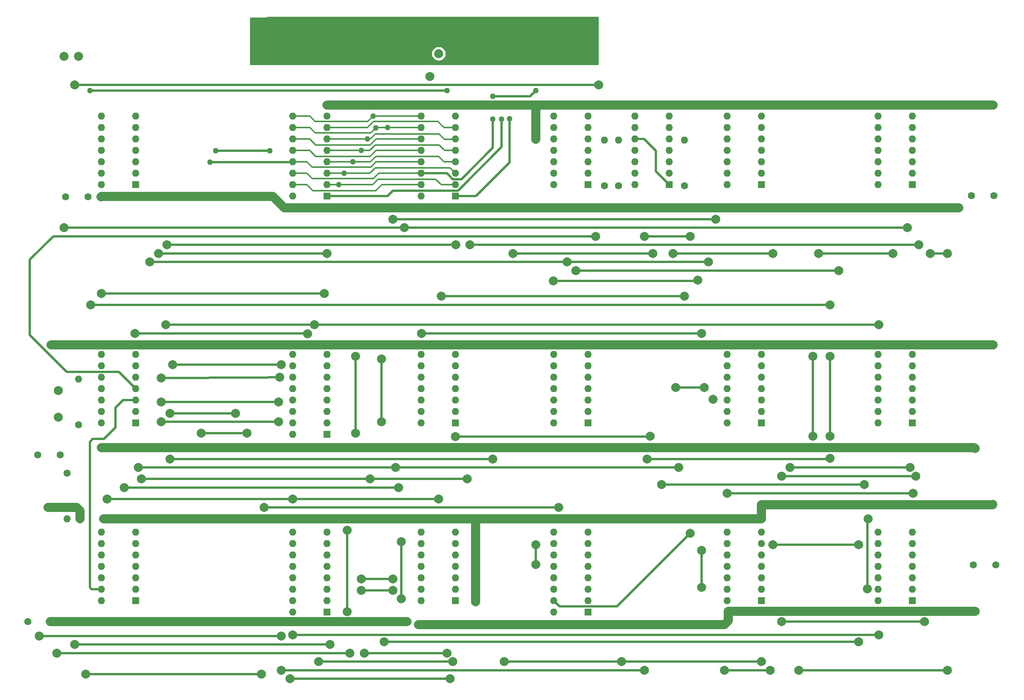
<source format=gbr>
%TF.GenerationSoftware,KiCad,Pcbnew,(5.1.10-1-10_14)*%
%TF.CreationDate,2021-06-22T16:32:21+10:00*%
%TF.ProjectId,256 word memory,32353620-776f-4726-9420-6d656d6f7279,rev?*%
%TF.SameCoordinates,Original*%
%TF.FileFunction,Copper,L1,Top*%
%TF.FilePolarity,Positive*%
%FSLAX46Y46*%
G04 Gerber Fmt 4.6, Leading zero omitted, Abs format (unit mm)*
G04 Created by KiCad (PCBNEW (5.1.10-1-10_14)) date 2021-06-22 16:32:21*
%MOMM*%
%LPD*%
G01*
G04 APERTURE LIST*
%TA.AperFunction,ComponentPad*%
%ADD10C,1.600000*%
%TD*%
%TA.AperFunction,ComponentPad*%
%ADD11C,2.000000*%
%TD*%
%TA.AperFunction,ComponentPad*%
%ADD12O,1.600000X1.600000*%
%TD*%
%TA.AperFunction,ComponentPad*%
%ADD13R,1.600000X1.600000*%
%TD*%
%TA.AperFunction,ViaPad*%
%ADD14C,2.000000*%
%TD*%
%TA.AperFunction,ViaPad*%
%ADD15C,1.270000*%
%TD*%
%TA.AperFunction,Conductor*%
%ADD16C,0.500000*%
%TD*%
%TA.AperFunction,Conductor*%
%ADD17C,0.300000*%
%TD*%
%TA.AperFunction,Conductor*%
%ADD18C,2.000000*%
%TD*%
%TA.AperFunction,Conductor*%
%ADD19C,0.254000*%
%TD*%
%TA.AperFunction,Conductor*%
%ADD20C,0.100000*%
%TD*%
G04 APERTURE END LIST*
D10*
%TO.P,C5,2*%
%TO.N,GND*%
X236203500Y-142303500D03*
%TO.P,C5,1*%
%TO.N,+5V*%
X231203500Y-142303500D03*
%TD*%
%TO.P,C4,2*%
%TO.N,GND*%
X21162000Y-154940000D03*
%TO.P,C4,1*%
%TO.N,+5V*%
X26162000Y-154940000D03*
%TD*%
%TO.P,C3,2*%
%TO.N,GND*%
X23321000Y-117856000D03*
%TO.P,C3,1*%
%TO.N,+5V*%
X28321000Y-117856000D03*
%TD*%
%TO.P,C2,2*%
%TO.N,GND*%
X235759000Y-60198000D03*
%TO.P,C2,1*%
%TO.N,+5V*%
X230759000Y-60198000D03*
%TD*%
%TO.P,C1,2*%
%TO.N,GND*%
X29527500Y-60388500D03*
%TO.P,C1,1*%
%TO.N,+5V*%
X34527500Y-60388500D03*
%TD*%
D11*
%TO.P,J8,1*%
%TO.N,MA6*%
X112395000Y-28575000D03*
%TD*%
%TO.P,J7,1*%
%TO.N,MA5*%
X110490000Y-33655000D03*
%TD*%
%TO.P,J6,1*%
%TO.N,~MA7*%
X29210000Y-29210000D03*
%TD*%
%TO.P,J5,1*%
%TO.N,PC7*%
X27940000Y-109460000D03*
%TD*%
%TO.P,J4,1*%
%TO.N,~PC7*%
X27940000Y-103505000D03*
%TD*%
%TO.P,J3,1*%
%TO.N,MCP*%
X173355000Y-105500000D03*
%TD*%
D12*
%TO.P,U17,14*%
%TO.N,+5V*%
X176500000Y-150240000D03*
%TO.P,U17,7*%
%TO.N,GND*%
X184120000Y-135000000D03*
%TO.P,U17,13*%
%TO.N,~T14-21(JMS+JMP)*%
X176500000Y-147700000D03*
%TO.P,U17,6*%
%TO.N,Net-(U17-Pad6)*%
X184120000Y-137540000D03*
%TO.P,U17,12*%
%TO.N,Net-(U17-Pad12)*%
X176500000Y-145160000D03*
%TO.P,U17,5*%
%TO.N,Net-(U12-Pad3)*%
X184120000Y-140080000D03*
%TO.P,U17,11*%
%TO.N,~DEP*%
X176500000Y-142620000D03*
%TO.P,U17,4*%
%TO.N,Net-(U17-Pad4)*%
X184120000Y-142620000D03*
%TO.P,U17,10*%
%TO.N,Net-(U10-Pad5)*%
X176500000Y-140080000D03*
%TO.P,U17,3*%
%TO.N,OPR+IOT*%
X184120000Y-145160000D03*
%TO.P,U17,9*%
%TO.N,Net-(U11-Pad11)*%
X176500000Y-137540000D03*
%TO.P,U17,2*%
%TO.N,Net-(U17-Pad2)*%
X184120000Y-147700000D03*
%TO.P,U17,8*%
%TO.N,/WEIRD.NET*%
X176500000Y-135000000D03*
D13*
%TO.P,U17,1*%
%TO.N,~T2-9.ISZ*%
X184120000Y-150240000D03*
%TD*%
D12*
%TO.P,U6,14*%
%TO.N,+5V*%
X210000000Y-57740000D03*
%TO.P,U6,7*%
%TO.N,GND*%
X217620000Y-42500000D03*
%TO.P,U6,13*%
%TO.N,Net-(U17-Pad4)*%
X210000000Y-55200000D03*
%TO.P,U6,6*%
%TO.N,Net-(U1-Pad12)*%
X217620000Y-45040000D03*
%TO.P,U6,12*%
%TO.N,~F+D+E*%
X210000000Y-52660000D03*
%TO.P,U6,5*%
%TO.N,Net-(U6-Pad5)*%
X217620000Y-47580000D03*
%TO.P,U6,11*%
%TO.N,Net-(U6-Pad10)*%
X210000000Y-50120000D03*
%TO.P,U6,4*%
%TO.N,T1*%
X217620000Y-50120000D03*
%TO.P,U6,10*%
%TO.N,Net-(U6-Pad10)*%
X210000000Y-47580000D03*
%TO.P,U6,3*%
%TO.N,Net-(U12-Pad2)*%
X217620000Y-52660000D03*
%TO.P,U6,9*%
%TO.N,Net-(U6-Pad10)*%
X210000000Y-45040000D03*
%TO.P,U6,2*%
%TO.N,Net-(U5-Pad6)*%
X217620000Y-55200000D03*
%TO.P,U6,8*%
%TO.N,Net-(U6-Pad5)*%
X210000000Y-42500000D03*
D13*
%TO.P,U6,1*%
%TO.N,Net-(U5-Pad6)*%
X217620000Y-57740000D03*
%TD*%
D12*
%TO.P,U5,14*%
%TO.N,+5V*%
X176500000Y-57740000D03*
%TO.P,U5,7*%
%TO.N,GND*%
X184120000Y-42500000D03*
%TO.P,U5,13*%
%TO.N,Net-(U12-Pad10)*%
X176500000Y-55200000D03*
%TO.P,U5,6*%
%TO.N,Net-(U5-Pad6)*%
X184120000Y-45040000D03*
%TO.P,U5,12*%
%TO.N,Net-(U5-Pad12)*%
X176500000Y-52660000D03*
%TO.P,U5,5*%
%TO.N,MEMORY_ENABLE*%
X184120000Y-47580000D03*
%TO.P,U5,11*%
%TO.N,Net-(U11-Pad9)*%
X176500000Y-50120000D03*
%TO.P,U5,4*%
%TO.N,Net-(U5-Pad4)*%
X184120000Y-50120000D03*
%TO.P,U5,10*%
%TO.N,Net-(U11-Pad9)*%
X176500000Y-47580000D03*
%TO.P,U5,3*%
%TO.N,Net-(U5-Pad12)*%
X184120000Y-52660000D03*
%TO.P,U5,9*%
%TO.N,Net-(U11-Pad9)*%
X176500000Y-45040000D03*
%TO.P,U5,2*%
%TO.N,T2-9*%
X184120000Y-55200000D03*
%TO.P,U5,8*%
%TO.N,Net-(U5-Pad4)*%
X176500000Y-42500000D03*
D13*
%TO.P,U5,1*%
%TO.N,JMS+DCA*%
X184120000Y-57740000D03*
%TD*%
D12*
%TO.P,U10,14*%
%TO.N,+5V*%
X138000000Y-110740000D03*
%TO.P,U10,7*%
%TO.N,GND*%
X145620000Y-95500000D03*
%TO.P,U10,13*%
%TO.N,~F.23.OPR+IOT*%
X138000000Y-108200000D03*
%TO.P,U10,6*%
%TO.N,Net-(U10-Pad10)*%
X145620000Y-98040000D03*
%TO.P,U10,12*%
X138000000Y-105660000D03*
%TO.P,U10,5*%
%TO.N,Net-(U10-Pad5)*%
X145620000Y-100580000D03*
%TO.P,U10,11*%
%TO.N,Net-(U10-Pad11)*%
X138000000Y-103120000D03*
%TO.P,U10,4*%
%TO.N,T13*%
X145620000Y-103120000D03*
%TO.P,U10,10*%
%TO.N,Net-(U10-Pad10)*%
X138000000Y-100580000D03*
%TO.P,U10,3*%
%TO.N,Net-(U10-Pad3)*%
X145620000Y-105660000D03*
%TO.P,U10,9*%
%TO.N,Net-(U10-Pad10)*%
X138000000Y-98040000D03*
%TO.P,U10,2*%
%TO.N,~DEP*%
X145620000Y-108200000D03*
%TO.P,U10,8*%
%TO.N,Net-(U10-Pad8)*%
X138000000Y-95500000D03*
D13*
%TO.P,U10,1*%
%TO.N,~ISZ*%
X145620000Y-110740000D03*
%TD*%
D12*
%TO.P,U18,14*%
%TO.N,+5V*%
X210000000Y-150240000D03*
%TO.P,U18,7*%
%TO.N,GND*%
X217620000Y-135000000D03*
%TO.P,U18,13*%
%TO.N,C-BUS*%
X210000000Y-147700000D03*
%TO.P,U18,6*%
%TO.N,Net-(U17-Pad12)*%
X217620000Y-137540000D03*
%TO.P,U18,12*%
%TO.N,D-BUS*%
X210000000Y-145160000D03*
%TO.P,U18,5*%
%TO.N,MA0*%
X217620000Y-140080000D03*
%TO.P,U18,11*%
%TO.N,Net-(U17-Pad6)*%
X210000000Y-142620000D03*
%TO.P,U18,4*%
%TO.N,C-BUS*%
X217620000Y-142620000D03*
%TO.P,U18,10*%
X210000000Y-140080000D03*
%TO.P,U18,3*%
%TO.N,D-BUS*%
X217620000Y-145160000D03*
%TO.P,U18,9*%
%TO.N,Net-(U12-Pad8)*%
X210000000Y-137540000D03*
%TO.P,U18,2*%
%TO.N,Net-(U17-Pad2)*%
X217620000Y-147700000D03*
%TO.P,U18,8*%
%TO.N,MB0*%
X210000000Y-135000000D03*
D13*
%TO.P,U18,1*%
%TO.N,B-BUS*%
X217620000Y-150240000D03*
%TD*%
D12*
%TO.P,U12,14*%
%TO.N,+5V*%
X210000000Y-110740000D03*
%TO.P,U12,7*%
%TO.N,GND*%
X217620000Y-95500000D03*
%TO.P,U12,13*%
%TO.N,Net-(U10-Pad3)*%
X210000000Y-108200000D03*
%TO.P,U12,6*%
%TO.N,D-IN*%
X217620000Y-98040000D03*
%TO.P,U12,12*%
%TO.N,T14-21*%
X210000000Y-105660000D03*
%TO.P,U12,5*%
%TO.N,C-BUS*%
X217620000Y-100580000D03*
%TO.P,U12,11*%
%TO.N,Net-(U12-Pad10)*%
X210000000Y-103120000D03*
%TO.P,U12,4*%
%TO.N,C-BUS*%
X217620000Y-103120000D03*
%TO.P,U12,10*%
%TO.N,Net-(U12-Pad10)*%
X210000000Y-100580000D03*
%TO.P,U12,3*%
%TO.N,Net-(U12-Pad3)*%
X217620000Y-105660000D03*
%TO.P,U12,9*%
%TO.N,Net-(U12-Pad10)*%
X210000000Y-98040000D03*
%TO.P,U12,2*%
%TO.N,Net-(U12-Pad2)*%
X217620000Y-108200000D03*
%TO.P,U12,8*%
%TO.N,Net-(U12-Pad8)*%
X210000000Y-95500000D03*
D13*
%TO.P,U12,1*%
%TO.N,~T2-9.ISZ*%
X217620000Y-110740000D03*
%TD*%
D12*
%TO.P,U19,14*%
%TO.N,+5V*%
X156000000Y-57740000D03*
%TO.P,U19,7*%
%TO.N,GND*%
X163620000Y-42500000D03*
%TO.P,U19,13*%
%TO.N,Net-(R4-Pad2)*%
X156000000Y-55200000D03*
%TO.P,U19,6*%
%TO.N,MB3*%
X163620000Y-45040000D03*
%TO.P,U19,12*%
%TO.N,MB4*%
X156000000Y-52660000D03*
%TO.P,U19,5*%
%TO.N,MB3*%
X163620000Y-47580000D03*
%TO.P,U19,11*%
%TO.N,Net-(R3-Pad2)*%
X156000000Y-50120000D03*
%TO.P,U19,4*%
%TO.N,Z-BIT*%
X163620000Y-50120000D03*
%TO.P,U19,10*%
X156000000Y-47580000D03*
%TO.P,U19,3*%
%TO.N,Net-(R4-Pad2)*%
X163620000Y-52660000D03*
%TO.P,U19,9*%
%TO.N,~F.23.OPR+IOT*%
X156000000Y-45040000D03*
%TO.P,U19,2*%
%TO.N,MB7*%
X163620000Y-55200000D03*
%TO.P,U19,8*%
%TO.N,~F.23.OPR+IOT*%
X156000000Y-42500000D03*
D13*
%TO.P,U19,1*%
%TO.N,Z-BIT*%
X163620000Y-57740000D03*
%TD*%
D12*
%TO.P,R5,2*%
%TO.N,Z-BIT*%
X152400000Y-47840000D03*
D10*
%TO.P,R5,1*%
%TO.N,+5V*%
X152400000Y-58000000D03*
%TD*%
D12*
%TO.P,R4,2*%
%TO.N,Net-(R4-Pad2)*%
X167000000Y-47840000D03*
D10*
%TO.P,R4,1*%
%TO.N,+5V*%
X167000000Y-58000000D03*
%TD*%
D12*
%TO.P,R3,2*%
%TO.N,Net-(R3-Pad2)*%
X149225000Y-47840000D03*
D10*
%TO.P,R3,1*%
%TO.N,+5V*%
X149225000Y-58000000D03*
%TD*%
D12*
%TO.P,U2,16*%
%TO.N,+5V*%
X80000000Y-60280000D03*
%TO.P,U2,8*%
%TO.N,GND*%
X87620000Y-42500000D03*
%TO.P,U2,15*%
%TO.N,D-IN*%
X80000000Y-57740000D03*
%TO.P,U2,7*%
%TO.N,D-BUS*%
X87620000Y-45040000D03*
%TO.P,U2,14*%
%TO.N,~WE*%
X80000000Y-55200000D03*
%TO.P,U2,6*%
%TO.N,MA1*%
X87620000Y-47580000D03*
%TO.P,U2,13*%
%TO.N,MA6*%
X80000000Y-52660000D03*
%TO.P,U2,5*%
%TO.N,MA0*%
X87620000Y-50120000D03*
%TO.P,U2,12*%
%TO.N,MA5*%
X80000000Y-50120000D03*
%TO.P,U2,4*%
%TO.N,MA_C*%
X87620000Y-52660000D03*
%TO.P,U2,11*%
%TO.N,MA4*%
X80000000Y-47580000D03*
%TO.P,U2,3*%
%TO.N,MA_B*%
X87620000Y-55200000D03*
%TO.P,U2,10*%
%TO.N,MA3*%
X80000000Y-45040000D03*
%TO.P,U2,2*%
%TO.N,MA_A*%
X87620000Y-57740000D03*
%TO.P,U2,9*%
%TO.N,MA2*%
X80000000Y-42500000D03*
D13*
%TO.P,U2,1*%
%TO.N,~CS_H*%
X87620000Y-60280000D03*
%TD*%
D12*
%TO.P,U16,16*%
%TO.N,+5V*%
X138000000Y-152780000D03*
%TO.P,U16,8*%
%TO.N,GND*%
X145620000Y-135000000D03*
%TO.P,U16,15*%
%TO.N,Z-BIT*%
X138000000Y-150240000D03*
%TO.P,U16,7*%
%TO.N,Net-(U15-Pad5)*%
X145620000Y-137540000D03*
%TO.P,U16,14*%
%TO.N,MA7*%
X138000000Y-147700000D03*
%TO.P,U16,6*%
%TO.N,SR4*%
X145620000Y-140080000D03*
%TO.P,U16,13*%
%TO.N,SR7*%
X138000000Y-145160000D03*
%TO.P,U16,5*%
%TO.N,MA4*%
X145620000Y-142620000D03*
%TO.P,U16,12*%
%TO.N,Net-(U15-Pad2)*%
X138000000Y-142620000D03*
%TO.P,U16,4*%
%TO.N,Net-(U15-Pad4)*%
X145620000Y-145160000D03*
%TO.P,U16,11*%
%TO.N,MA6*%
X138000000Y-140080000D03*
%TO.P,U16,3*%
%TO.N,SR5*%
X145620000Y-147700000D03*
%TO.P,U16,10*%
%TO.N,SR6*%
X138000000Y-137540000D03*
%TO.P,U16,2*%
%TO.N,MA5*%
X145620000Y-150240000D03*
%TO.P,U16,9*%
%TO.N,Net-(U15-Pad3)*%
X138000000Y-135000000D03*
D13*
%TO.P,U16,1*%
%TO.N,~F.23.OPR+IOT*%
X145620000Y-152780000D03*
%TD*%
D12*
%TO.P,U13,14*%
%TO.N,+5V*%
X37500000Y-150240000D03*
%TO.P,U13,7*%
%TO.N,GND*%
X45120000Y-135000000D03*
%TO.P,U13,13*%
%TO.N,MB5*%
X37500000Y-147700000D03*
%TO.P,U13,6*%
%TO.N,MB=0*%
X45120000Y-137540000D03*
%TO.P,U13,12*%
X37500000Y-145160000D03*
%TO.P,U13,5*%
%TO.N,MB2*%
X45120000Y-140080000D03*
%TO.P,U13,11*%
%TO.N,MB6*%
X37500000Y-142620000D03*
%TO.P,U13,4*%
%TO.N,MB=0*%
X45120000Y-142620000D03*
%TO.P,U13,10*%
X37500000Y-140080000D03*
%TO.P,U13,3*%
%TO.N,MB3*%
X45120000Y-145160000D03*
%TO.P,U13,9*%
%TO.N,MB7*%
X37500000Y-137540000D03*
%TO.P,U13,2*%
%TO.N,MB=0*%
X45120000Y-147700000D03*
%TO.P,U13,8*%
X37500000Y-135000000D03*
D13*
%TO.P,U13,1*%
%TO.N,MB4*%
X45120000Y-150240000D03*
%TD*%
D12*
%TO.P,U7,14*%
%TO.N,+5V*%
X37500000Y-110740000D03*
%TO.P,U7,7*%
%TO.N,GND*%
X45120000Y-95500000D03*
%TO.P,U7,13*%
%TO.N,PC7*%
X37500000Y-108200000D03*
%TO.P,U7,6*%
%TO.N,MB=0*%
X45120000Y-98040000D03*
%TO.P,U7,12*%
%TO.N,~PC7*%
X37500000Y-105660000D03*
%TO.P,U7,5*%
%TO.N,MB0*%
X45120000Y-100580000D03*
%TO.P,U7,11*%
%TO.N,~T0.5*%
X37500000Y-103120000D03*
%TO.P,U7,4*%
%TO.N,Net-(R3-Pad2)*%
X45120000Y-103120000D03*
%TO.P,U7,10*%
%TO.N,/R0(1-20*%
X37500000Y-100580000D03*
%TO.P,U7,3*%
%TO.N,MB5*%
X45120000Y-105660000D03*
%TO.P,U7,9*%
%TO.N,MA7*%
X37500000Y-98040000D03*
%TO.P,U7,2*%
%TO.N,MB=0*%
X45120000Y-108200000D03*
%TO.P,U7,8*%
%TO.N,~MA7*%
X37500000Y-95500000D03*
D13*
%TO.P,U7,1*%
%TO.N,MB1*%
X45120000Y-110740000D03*
%TD*%
D12*
%TO.P,R1,2*%
%TO.N,/R0(1-20*%
X32385000Y-100965000D03*
D10*
%TO.P,R1,1*%
%TO.N,+5V*%
X32385000Y-111125000D03*
%TD*%
D12*
%TO.P,R2,2*%
%TO.N,MB=0*%
X29845000Y-132080000D03*
D10*
%TO.P,R2,1*%
%TO.N,+5V*%
X29845000Y-121920000D03*
%TD*%
D12*
%TO.P,U1,14*%
%TO.N,+5V*%
X37500000Y-57740000D03*
%TO.P,U1,7*%
%TO.N,GND*%
X45120000Y-42500000D03*
%TO.P,U1,13*%
%TO.N,Net-(U1-Pad12)*%
X37500000Y-55200000D03*
%TO.P,U1,6*%
%TO.N,~CS_L*%
X45120000Y-45040000D03*
%TO.P,U1,12*%
%TO.N,Net-(U1-Pad12)*%
X37500000Y-52660000D03*
%TO.P,U1,5*%
%TO.N,Net-(U1-Pad5)*%
X45120000Y-47580000D03*
%TO.P,U1,11*%
%TO.N,Net-(U1-Pad11)*%
X37500000Y-50120000D03*
%TO.P,U1,4*%
%TO.N,MEMORY_ENABLE*%
X45120000Y-50120000D03*
%TO.P,U1,10*%
%TO.N,MA7*%
X37500000Y-47580000D03*
%TO.P,U1,3*%
%TO.N,~CS_H*%
X45120000Y-52660000D03*
%TO.P,U1,9*%
%TO.N,MA7*%
X37500000Y-45040000D03*
%TO.P,U1,2*%
%TO.N,MEMORY_ENABLE*%
X45120000Y-55200000D03*
%TO.P,U1,8*%
%TO.N,Net-(U1-Pad5)*%
X37500000Y-42500000D03*
D13*
%TO.P,U1,1*%
%TO.N,MA7*%
X45120000Y-57740000D03*
%TD*%
D12*
%TO.P,U3,16*%
%TO.N,+5V*%
X108500000Y-60280000D03*
%TO.P,U3,8*%
%TO.N,GND*%
X116120000Y-42500000D03*
%TO.P,U3,15*%
%TO.N,D-IN*%
X108500000Y-57740000D03*
%TO.P,U3,7*%
%TO.N,D-BUS*%
X116120000Y-45040000D03*
%TO.P,U3,14*%
%TO.N,~WE*%
X108500000Y-55200000D03*
%TO.P,U3,6*%
%TO.N,MA1*%
X116120000Y-47580000D03*
%TO.P,U3,13*%
%TO.N,MA6*%
X108500000Y-52660000D03*
%TO.P,U3,5*%
%TO.N,MA0*%
X116120000Y-50120000D03*
%TO.P,U3,12*%
%TO.N,MA5*%
X108500000Y-50120000D03*
%TO.P,U3,4*%
%TO.N,MA_C*%
X116120000Y-52660000D03*
%TO.P,U3,11*%
%TO.N,MA4*%
X108500000Y-47580000D03*
%TO.P,U3,3*%
%TO.N,MA_B*%
X116120000Y-55200000D03*
%TO.P,U3,10*%
%TO.N,MA3*%
X108500000Y-45040000D03*
%TO.P,U3,2*%
%TO.N,MA_A*%
X116120000Y-57740000D03*
%TO.P,U3,9*%
%TO.N,MA2*%
X108500000Y-42500000D03*
D13*
%TO.P,U3,1*%
%TO.N,~CS_L*%
X116120000Y-60280000D03*
%TD*%
D12*
%TO.P,U4,14*%
%TO.N,Net-(U4-Pad14)*%
X138000000Y-57740000D03*
%TO.P,U4,7*%
%TO.N,N/C*%
X145620000Y-42500000D03*
%TO.P,U4,13*%
X138000000Y-55200000D03*
%TO.P,U4,6*%
X145620000Y-45040000D03*
%TO.P,U4,12*%
%TO.N,Net-(U4-Pad12)*%
X138000000Y-52660000D03*
%TO.P,U4,5*%
%TO.N,+5V*%
X145620000Y-47580000D03*
%TO.P,U4,11*%
%TO.N,MA_C*%
X138000000Y-50120000D03*
%TO.P,U4,4*%
%TO.N,N/C*%
X145620000Y-50120000D03*
%TO.P,U4,10*%
%TO.N,GND*%
X138000000Y-47580000D03*
%TO.P,U4,3*%
%TO.N,/R0(1-20*%
X145620000Y-52660000D03*
%TO.P,U4,9*%
%TO.N,MA_A*%
X138000000Y-45040000D03*
%TO.P,U4,2*%
%TO.N,/R0(1-20*%
X145620000Y-55200000D03*
%TO.P,U4,8*%
%TO.N,MA_B*%
X138000000Y-42500000D03*
D13*
%TO.P,U4,1*%
%TO.N,/WEIRD.NET*%
X145620000Y-57740000D03*
%TD*%
D12*
%TO.P,U8,16*%
%TO.N,~T0.5*%
X80000000Y-113280000D03*
%TO.P,U8,8*%
%TO.N,Net-(U1-Pad11)*%
X87620000Y-95500000D03*
%TO.P,U8,15*%
%TO.N,MA4*%
X80000000Y-110740000D03*
%TO.P,U8,7*%
%TO.N,MB0*%
X87620000Y-98040000D03*
%TO.P,U8,14*%
%TO.N,MA3*%
X80000000Y-108200000D03*
%TO.P,U8,6*%
%TO.N,MB1*%
X87620000Y-100580000D03*
%TO.P,U8,13*%
%TO.N,MA2*%
X80000000Y-105660000D03*
%TO.P,U8,5*%
%TO.N,+5V*%
X87620000Y-103120000D03*
%TO.P,U8,12*%
%TO.N,GND*%
X80000000Y-103120000D03*
%TO.P,U8,4*%
%TO.N,MB2*%
X87620000Y-105660000D03*
%TO.P,U8,11*%
%TO.N,MA1*%
X80000000Y-100580000D03*
%TO.P,U8,3*%
%TO.N,MB3*%
X87620000Y-108200000D03*
%TO.P,U8,10*%
%TO.N,MA0*%
X80000000Y-98040000D03*
%TO.P,U8,2*%
%TO.N,MB4*%
X87620000Y-110740000D03*
%TO.P,U8,9*%
%TO.N,MA5*%
X80000000Y-95500000D03*
D13*
%TO.P,U8,1*%
%TO.N,Net-(U11-Pad6)*%
X87620000Y-113280000D03*
%TD*%
D12*
%TO.P,U9,14*%
%TO.N,+5V*%
X108500000Y-110740000D03*
%TO.P,U9,7*%
%TO.N,GND*%
X116120000Y-95500000D03*
%TO.P,U9,13*%
%TO.N,MB3*%
X108500000Y-108200000D03*
%TO.P,U9,6*%
%TO.N,Net-(U10-Pad8)*%
X116120000Y-98040000D03*
%TO.P,U9,12*%
%TO.N,MB2*%
X108500000Y-105660000D03*
%TO.P,U9,5*%
%TO.N,SR0*%
X116120000Y-100580000D03*
%TO.P,U9,11*%
%TO.N,MB1*%
X108500000Y-103120000D03*
%TO.P,U9,4*%
%TO.N,SR1*%
X116120000Y-103120000D03*
%TO.P,U9,10*%
%TO.N,MB0*%
X108500000Y-100580000D03*
%TO.P,U9,3*%
%TO.N,SR2*%
X116120000Y-105660000D03*
%TO.P,U9,9*%
%TO.N,/WEIRD.NET*%
X108500000Y-98040000D03*
%TO.P,U9,2*%
%TO.N,SR3*%
X116120000Y-108200000D03*
%TO.P,U9,8*%
%TO.N,MCP*%
X108500000Y-95500000D03*
D13*
%TO.P,U9,1*%
%TO.N,MB4*%
X116120000Y-110740000D03*
%TD*%
D12*
%TO.P,U11,14*%
%TO.N,+5V*%
X176500000Y-110740000D03*
%TO.P,U11,7*%
%TO.N,GND*%
X184120000Y-95500000D03*
%TO.P,U11,13*%
%TO.N,MEMORY_ENABLE*%
X176500000Y-108200000D03*
%TO.P,U11,6*%
%TO.N,Net-(U11-Pad6)*%
X184120000Y-98040000D03*
%TO.P,U11,12*%
%TO.N,MCP*%
X176500000Y-105660000D03*
%TO.P,U11,5*%
X184120000Y-100580000D03*
%TO.P,U11,11*%
%TO.N,Net-(U11-Pad11)*%
X176500000Y-103120000D03*
%TO.P,U11,4*%
%TO.N,Net-(U11-Pad3)*%
X184120000Y-103120000D03*
%TO.P,U11,10*%
%TO.N,MCP*%
X176500000Y-100580000D03*
%TO.P,U11,3*%
%TO.N,Net-(U11-Pad3)*%
X184120000Y-105660000D03*
%TO.P,U11,9*%
%TO.N,Net-(U11-Pad9)*%
X176500000Y-98040000D03*
%TO.P,U11,2*%
%TO.N,~T14-21(JMS+JMP)*%
X184120000Y-108200000D03*
%TO.P,U11,8*%
%TO.N,~WE*%
X176500000Y-95500000D03*
D13*
%TO.P,U11,1*%
%TO.N,~T2-9(F+D+E)*%
X184120000Y-110740000D03*
%TD*%
D12*
%TO.P,U14,16*%
%TO.N,~T0.5*%
X80000000Y-152780000D03*
%TO.P,U14,8*%
%TO.N,Net-(U1-Pad11)*%
X87620000Y-135000000D03*
%TO.P,U14,15*%
%TO.N,MA7*%
X80000000Y-150240000D03*
%TO.P,U14,7*%
%TO.N,Net-(U14-Pad7)*%
X87620000Y-137540000D03*
%TO.P,U14,14*%
%TO.N,MA6*%
X80000000Y-147700000D03*
%TO.P,U14,6*%
%TO.N,Net-(U14-Pad6)*%
X87620000Y-140080000D03*
%TO.P,U14,13*%
%TO.N,MA5*%
X80000000Y-145160000D03*
%TO.P,U14,5*%
%TO.N,+5V*%
X87620000Y-142620000D03*
%TO.P,U14,12*%
%TO.N,GND*%
X80000000Y-142620000D03*
%TO.P,U14,4*%
%TO.N,MB5*%
X87620000Y-145160000D03*
%TO.P,U14,11*%
%TO.N,Net-(U14-Pad11)*%
X80000000Y-140080000D03*
%TO.P,U14,3*%
%TO.N,MB6*%
X87620000Y-147700000D03*
%TO.P,U14,10*%
%TO.N,Net-(U14-Pad10)*%
X80000000Y-137540000D03*
%TO.P,U14,2*%
%TO.N,MB7*%
X87620000Y-150240000D03*
%TO.P,U14,9*%
%TO.N,D-IN*%
X80000000Y-135000000D03*
D13*
%TO.P,U14,1*%
%TO.N,Net-(U11-Pad6)*%
X87620000Y-152780000D03*
%TD*%
D12*
%TO.P,U15,14*%
%TO.N,+5V*%
X108500000Y-150240000D03*
%TO.P,U15,7*%
%TO.N,GND*%
X116120000Y-135000000D03*
%TO.P,U15,13*%
%TO.N,MB7*%
X108500000Y-147700000D03*
%TO.P,U15,6*%
%TO.N,Net-(U10-Pad11)*%
X116120000Y-137540000D03*
%TO.P,U15,12*%
%TO.N,MB6*%
X108500000Y-145160000D03*
%TO.P,U15,5*%
%TO.N,Net-(U15-Pad5)*%
X116120000Y-140080000D03*
%TO.P,U15,11*%
%TO.N,MB5*%
X108500000Y-142620000D03*
%TO.P,U15,4*%
%TO.N,Net-(U15-Pad4)*%
X116120000Y-142620000D03*
%TO.P,U15,10*%
%TO.N,MB4*%
X108500000Y-140080000D03*
%TO.P,U15,3*%
%TO.N,Net-(U15-Pad3)*%
X116120000Y-145160000D03*
%TO.P,U15,9*%
%TO.N,/WEIRD.NET*%
X108500000Y-137540000D03*
%TO.P,U15,2*%
%TO.N,Net-(U15-Pad2)*%
X116120000Y-147700000D03*
%TO.P,U15,8*%
%TO.N,MCP*%
X108500000Y-135000000D03*
D13*
%TO.P,U15,1*%
%TO.N,D-IN*%
X116120000Y-150240000D03*
%TD*%
D14*
%TO.N,Net-(U11-Pad11)*%
X171450000Y-102870000D03*
X165100000Y-102870000D03*
%TO.N,Net-(U1-Pad12)*%
X199390000Y-84455000D03*
X35105010Y-84455000D03*
%TO.N,Net-(U17-Pad4)*%
X195580000Y-113665000D03*
X195580000Y-95885000D03*
%TO.N,+5V*%
X75565000Y-60325000D03*
X37465000Y-60325000D03*
X80010000Y-62865000D03*
X108585000Y-62865000D03*
X142240000Y-62865000D03*
X107950000Y-116205000D03*
X37465000Y-116205000D03*
X86995000Y-116205000D03*
X231572000Y-116408000D03*
X136525000Y-155575000D03*
X107950000Y-155575000D03*
X231572000Y-152603000D03*
X176733000Y-152603000D03*
X175895000Y-155575000D03*
X227965000Y-62865000D03*
X150495000Y-62865000D03*
X166370000Y-62865000D03*
X156210000Y-62865000D03*
X227965000Y-116205000D03*
X34925000Y-154940000D03*
X105410000Y-154940000D03*
X137922000Y-116205000D03*
X176530000Y-116205000D03*
X210058000Y-116205000D03*
X208788000Y-62865000D03*
X178735000Y-62865000D03*
X209797000Y-152603000D03*
%TO.N,~CS_L*%
X116205000Y-71120000D03*
X52070000Y-71120000D03*
%TO.N,~CS_H*%
X50165000Y-73025000D03*
X87630000Y-73025000D03*
%TO.N,MA2*%
X76835000Y-106045000D03*
X50800000Y-106045000D03*
D15*
X97835000Y-42500000D03*
D14*
%TO.N,MA3*%
X67310000Y-108585000D03*
X52705000Y-108585000D03*
D15*
X98425000Y-45085000D03*
X101010000Y-45040000D03*
D14*
%TO.N,MA4*%
X76835000Y-110490000D03*
X124460000Y-118745000D03*
X52705000Y-118745000D03*
X50800000Y-110490000D03*
%TO.N,MA5*%
X73660000Y-129540000D03*
X139065000Y-129540000D03*
D15*
X74930000Y-50165000D03*
X62865000Y-50165000D03*
D14*
%TO.N,MA0*%
X77470000Y-97790000D03*
X53340000Y-97790000D03*
X119380000Y-71120000D03*
X219078993Y-71120000D03*
D15*
X95250000Y-50120000D03*
D14*
%TO.N,MA6*%
X95885000Y-161925000D03*
X114300000Y-161925000D03*
D15*
X61595000Y-52705000D03*
D14*
%TO.N,MA1*%
X77085000Y-100580000D03*
X50800000Y-100680783D03*
D15*
X96565000Y-47580000D03*
D14*
%TO.N,~WE*%
X102235000Y-65405000D03*
X173990000Y-65405000D03*
%TO.N,GND*%
X116205000Y-40005000D03*
X87630000Y-40005000D03*
X235585000Y-40005000D03*
X133985000Y-47625000D03*
X68580000Y-93345000D03*
X235585000Y-93345000D03*
X116205000Y-93345000D03*
X184150000Y-93345000D03*
X45087102Y-93347102D03*
X120650000Y-150495000D03*
X146685000Y-132080000D03*
X45085000Y-132080000D03*
X76200000Y-132080000D03*
X184150000Y-132080000D03*
X184150000Y-128905000D03*
X235534400Y-128854400D03*
X116840000Y-132080000D03*
X218567000Y-128905000D03*
X146177000Y-93345000D03*
X217932000Y-93345000D03*
X217805000Y-40005000D03*
X37973000Y-132080000D03*
X32766000Y-132080000D03*
X25654000Y-129540000D03*
X26289000Y-93345000D03*
X163995000Y-40005000D03*
X184305000Y-40005000D03*
X141605000Y-22225000D03*
X141605000Y-24765000D03*
X141605000Y-27940000D03*
X145415000Y-26670000D03*
X145415000Y-23495000D03*
X74930000Y-22225000D03*
X74930000Y-26035000D03*
X74930000Y-29845000D03*
X72390000Y-24130000D03*
X72390000Y-27940000D03*
%TO.N,~T0.5*%
X69850000Y-113030000D03*
X59690000Y-113030000D03*
X210185000Y-157861000D03*
X80010000Y-157861000D03*
%TO.N,MB0*%
X51816000Y-88900000D03*
X84836000Y-88900000D03*
X210185000Y-88900000D03*
%TO.N,MB1*%
X83312000Y-90932000D03*
X44958000Y-90805000D03*
%TO.N,MB2*%
X42545000Y-125095000D03*
X103505000Y-125095000D03*
%TO.N,MB3*%
X102870000Y-120650000D03*
X45720000Y-120650000D03*
X165735000Y-120650000D03*
X158115000Y-69215000D03*
X168275000Y-69215000D03*
%TO.N,MB4*%
X46355000Y-123190000D03*
X97155000Y-123190000D03*
X118745000Y-123190000D03*
X116120000Y-113750000D03*
X159385000Y-113665000D03*
%TO.N,MB7*%
X23638400Y-158115000D03*
X77470000Y-158115000D03*
X99695000Y-110490000D03*
X99695000Y-96520000D03*
X128905000Y-73025000D03*
X160020000Y-73025000D03*
X104140000Y-137160000D03*
X104140000Y-149860000D03*
%TO.N,MB6*%
X95250000Y-147955000D03*
X102235000Y-147955000D03*
X27600800Y-161925000D03*
X92710000Y-161925000D03*
%TO.N,MB5*%
X95250000Y-145415000D03*
X102235000Y-145415000D03*
X31563200Y-160020000D03*
X88265000Y-160020000D03*
%TO.N,Net-(U15-Pad2)*%
X133985000Y-137795000D03*
X133985000Y-142240000D03*
%TO.N,~F.23.OPR+IOT*%
X127000000Y-163830000D03*
X184150000Y-163830000D03*
X153035000Y-163830000D03*
X137900000Y-79100000D03*
X170000000Y-79000000D03*
%TO.N,MB=0*%
X34036000Y-166624000D03*
X73025000Y-166624000D03*
%TO.N,Net-(R3-Pad2)*%
X147320000Y-69215000D03*
%TO.N,Z-BIT*%
X79375000Y-167640000D03*
X114935000Y-167640000D03*
X168275000Y-135255000D03*
%TO.N,~ISZ*%
X77470000Y-165735000D03*
X158115000Y-165735000D03*
%TO.N,D-IN*%
X104775000Y-67310000D03*
X216535000Y-67310000D03*
X80010000Y-127635000D03*
X38735000Y-127635000D03*
X29210000Y-67310000D03*
X112395000Y-127635000D03*
%TO.N,Net-(U17-Pad6)*%
X186690000Y-137795000D03*
X205740000Y-137795000D03*
%TO.N,Net-(U17-Pad12)*%
X217805000Y-126365000D03*
X176530000Y-126365000D03*
%TO.N,Net-(U17-Pad2)*%
X220345000Y-154940000D03*
X188595000Y-154940000D03*
%TO.N,C-BUS*%
X207645000Y-147637500D03*
X207825010Y-132064948D03*
%TO.N,Net-(U10-Pad3)*%
X207010000Y-124460000D03*
X161925000Y-124460000D03*
%TO.N,Net-(U5-Pad6)*%
X213360000Y-73025000D03*
X196850000Y-73025000D03*
%TO.N,Net-(U12-Pad3)*%
X218440000Y-122555000D03*
X188595000Y-122555000D03*
%TO.N,~T2-9.ISZ*%
X190500000Y-120650000D03*
X217170000Y-120650000D03*
%TO.N,/R0(1-20*%
X147955000Y-35560000D03*
X31569990Y-35544948D03*
%TO.N,MEMORY_ENABLE*%
X48260000Y-74930000D03*
X140970000Y-74930000D03*
X172350010Y-74930000D03*
%TO.N,/WEIRD.NET*%
X113030000Y-82550000D03*
X167005000Y-82550000D03*
%TO.N,T2-9*%
X199390000Y-113665000D03*
X199390000Y-95885000D03*
%TO.N,JMS+DCA*%
X170815000Y-147320000D03*
X164465000Y-73025000D03*
X186690000Y-73025000D03*
X170815000Y-139065000D03*
%TO.N,T13*%
X199363071Y-118564990D03*
X158750000Y-118745000D03*
%TO.N,MCP*%
X170815000Y-90805000D03*
X108585000Y-90805000D03*
%TO.N,Net-(U1-Pad11)*%
X37465000Y-81915000D03*
X86995000Y-81915000D03*
X93980000Y-95885000D03*
X93980000Y-113030000D03*
%TO.N,~MA7*%
X32385000Y-29210000D03*
%TO.N,~F+D+E*%
X142875000Y-76835000D03*
X201295000Y-76835000D03*
%TO.N,OPR+IOT*%
X175895000Y-165735000D03*
X186055000Y-165735000D03*
%TO.N,T1*%
X221615000Y-73025000D03*
X192405000Y-165735000D03*
X225425000Y-73025000D03*
X225425000Y-165735000D03*
%TO.N,MA7*%
X85725000Y-163830000D03*
X115570000Y-163830000D03*
D15*
X114300000Y-36830000D03*
X34925000Y-36830000D03*
%TO.N,~WE*%
X124460000Y-43180000D03*
X124460000Y-38100000D03*
X133985000Y-36830000D03*
%TO.N,~CS_L*%
X128137782Y-43047782D03*
%TO.N,~CS_H*%
X126365000Y-43180000D03*
%TO.N,MA_C*%
X93345000Y-52660000D03*
%TO.N,MA_B*%
X91440000Y-55200000D03*
%TO.N,MA_A*%
X90215000Y-57740000D03*
D14*
%TO.N,Net-(U11-Pad6)*%
X92075000Y-134620000D03*
X205740000Y-159385000D03*
X100330000Y-159385000D03*
X92075000Y-152739990D03*
%TD*%
D16*
%TO.N,Net-(U11-Pad11)*%
X171450000Y-102870000D02*
X165100000Y-102870000D01*
%TO.N,Net-(U1-Pad12)*%
X199390000Y-84455000D02*
X35105010Y-84455000D01*
%TO.N,Net-(U17-Pad4)*%
X195580000Y-113665000D02*
X195580000Y-95885000D01*
D17*
%TO.N,D-BUS*%
X112230001Y-43650001D02*
X113620000Y-45040000D01*
X97954999Y-43650001D02*
X112230001Y-43650001D01*
X96565000Y-45040000D02*
X97954999Y-43650001D01*
X113620000Y-45040000D02*
X116120000Y-45040000D01*
X87620000Y-45040000D02*
X96565000Y-45040000D01*
D18*
%TO.N,+5V*%
X75565000Y-60325000D02*
X37465000Y-60325000D01*
X80010000Y-62865000D02*
X108585000Y-62865000D01*
X142240000Y-62865000D02*
X108585000Y-62865000D01*
X79964998Y-116205000D02*
X37465000Y-116205000D01*
X107950000Y-116205000D02*
X86995000Y-116205000D01*
X86995000Y-116205000D02*
X79964998Y-116205000D01*
X107950000Y-155575000D02*
X136525000Y-155575000D01*
X175895000Y-155575000D02*
X136525000Y-155575000D01*
X142240000Y-62865000D02*
X150495000Y-62865000D01*
X150495000Y-62865000D02*
X156210000Y-62865000D01*
X156210000Y-62865000D02*
X166370000Y-62865000D01*
X231369000Y-116205000D02*
X231572000Y-116408000D01*
X227965000Y-116205000D02*
X231369000Y-116205000D01*
X176733000Y-154737000D02*
X175895000Y-155575000D01*
X176733000Y-152603000D02*
X176733000Y-154737000D01*
X75565000Y-60325000D02*
X77851000Y-62611000D01*
X78105000Y-62865000D02*
X77851000Y-62611000D01*
X80010000Y-62865000D02*
X78105000Y-62865000D01*
X34925000Y-154940000D02*
X34925000Y-154940000D01*
X105410000Y-154940000D02*
X34925000Y-154940000D01*
X176530000Y-116205000D02*
X227965000Y-116205000D01*
X107950000Y-116205000D02*
X176530000Y-116205000D01*
X208788000Y-62865000D02*
X227965000Y-62865000D01*
X166370000Y-62865000D02*
X208788000Y-62865000D01*
X34925000Y-154940000D02*
X26162000Y-154940000D01*
X37401500Y-60388500D02*
X37465000Y-60325000D01*
X209797000Y-152603000D02*
X176733000Y-152603000D01*
X231572000Y-152603000D02*
X209797000Y-152603000D01*
D16*
%TO.N,~CS_L*%
X52070000Y-71120000D02*
X116205000Y-71120000D01*
%TO.N,~CS_H*%
X50165000Y-73025000D02*
X87630000Y-73025000D01*
D17*
%TO.N,MA2*%
X80000000Y-42500000D02*
X83775000Y-42500000D01*
X84925001Y-43650001D02*
X96684999Y-43650001D01*
X83775000Y-42500000D02*
X84925001Y-43650001D01*
X97835000Y-42500000D02*
X97835000Y-42500000D01*
X96684999Y-43650001D02*
X97835000Y-42500000D01*
D16*
X50800000Y-106045000D02*
X76835000Y-106045000D01*
D17*
X97835000Y-42500000D02*
X108500000Y-42500000D01*
%TO.N,MA_A*%
X87620000Y-57740000D02*
X90215000Y-57740000D01*
X97745000Y-57740000D02*
X98970000Y-56515000D01*
X98970000Y-56515000D02*
X111760000Y-56515000D01*
X112985000Y-57740000D02*
X116120000Y-57740000D01*
X111760000Y-56515000D02*
X112985000Y-57740000D01*
%TO.N,MA3*%
X80000000Y-45040000D02*
X83775000Y-45040000D01*
X84925001Y-46190001D02*
X97319999Y-46190001D01*
X83775000Y-45040000D02*
X84925001Y-46190001D01*
X98470000Y-45040000D02*
X101010000Y-45040000D01*
X97319999Y-46190001D02*
X98425000Y-45085000D01*
D16*
X52705000Y-108585000D02*
X67310000Y-108585000D01*
D17*
X98425000Y-45085000D02*
X98470000Y-45040000D01*
X101010000Y-45040000D02*
X108500000Y-45040000D01*
%TO.N,MA4*%
X80000000Y-47580000D02*
X83775000Y-47580000D01*
X83775000Y-47580000D02*
X85090000Y-48895000D01*
X85090000Y-48895000D02*
X97155000Y-48895000D01*
X98470000Y-47580000D02*
X108500000Y-47580000D01*
X97155000Y-48895000D02*
X98470000Y-47580000D01*
D16*
X52705000Y-118745000D02*
X124460000Y-118745000D01*
X50800000Y-110490000D02*
X76835000Y-110490000D01*
D17*
%TO.N,MA_C*%
X87620000Y-52660000D02*
X94025000Y-52660000D01*
X97200000Y-52660000D02*
X98425000Y-51435000D01*
X98425000Y-51435000D02*
X112395000Y-51435000D01*
X113620000Y-52660000D02*
X116120000Y-52660000D01*
X112395000Y-51435000D02*
X113620000Y-52660000D01*
%TO.N,MA5*%
X80000000Y-50120000D02*
X83775000Y-50120000D01*
X83775000Y-50120000D02*
X85090000Y-51435000D01*
X85090000Y-51435000D02*
X97155000Y-51435000D01*
X98470000Y-50120000D02*
X108500000Y-50120000D01*
X97155000Y-51435000D02*
X98470000Y-50120000D01*
D16*
X75074213Y-129540000D02*
X73660000Y-129540000D01*
X139065000Y-129540000D02*
X75074213Y-129540000D01*
X74930000Y-50165000D02*
X62865000Y-50165000D01*
D17*
%TO.N,MA0*%
X112485000Y-48895000D02*
X113710000Y-50120000D01*
X98335000Y-48895000D02*
X112485000Y-48895000D01*
X97110000Y-50120000D02*
X98335000Y-48895000D01*
X113710000Y-50120000D02*
X116120000Y-50120000D01*
X87620000Y-50120000D02*
X95930000Y-50120000D01*
D16*
X76224423Y-97790000D02*
X77470000Y-97790000D01*
X53340000Y-97790000D02*
X76224423Y-97790000D01*
X217792867Y-71120000D02*
X119380000Y-71120000D01*
X219078993Y-71120000D02*
X217792867Y-71120000D01*
D17*
X95930000Y-50120000D02*
X97110000Y-50120000D01*
%TO.N,MA6*%
X80000000Y-52660000D02*
X83140000Y-52660000D01*
X84290001Y-53810001D02*
X97319999Y-53810001D01*
X83140000Y-52660000D02*
X84290001Y-53810001D01*
X98470000Y-52660000D02*
X108500000Y-52660000D01*
X97319999Y-53810001D02*
X98470000Y-52660000D01*
D16*
X95885000Y-161925000D02*
X114300000Y-161925000D01*
X79955000Y-52705000D02*
X80000000Y-52660000D01*
X61595000Y-52705000D02*
X79955000Y-52705000D01*
D17*
%TO.N,MA1*%
X116075000Y-47625000D02*
X116120000Y-47580000D01*
X113665000Y-47625000D02*
X116075000Y-47625000D01*
X87620000Y-47580000D02*
X96565000Y-47580000D01*
X112469999Y-46429999D02*
X113665000Y-47625000D01*
X98350001Y-46429999D02*
X112469999Y-46429999D01*
X97200000Y-47580000D02*
X98350001Y-46429999D01*
D16*
X71755000Y-100597937D02*
X77085000Y-100580000D01*
X50800000Y-100680783D02*
X71755000Y-100597937D01*
D17*
X96565000Y-47580000D02*
X97200000Y-47580000D01*
%TO.N,~WE*%
X80000000Y-55200000D02*
X83140000Y-55200000D01*
X84290001Y-56350001D02*
X91604999Y-56350001D01*
X83140000Y-55200000D02*
X84290001Y-56350001D01*
X99105000Y-55200000D02*
X108500000Y-55200000D01*
X97954999Y-56350001D02*
X99105000Y-55200000D01*
D16*
X102235000Y-65405000D02*
X173990000Y-65405000D01*
D18*
%TO.N,GND*%
X116205000Y-40005000D02*
X87630000Y-40005000D01*
X133985000Y-47625000D02*
X133985000Y-40005000D01*
X116205000Y-40005000D02*
X133985000Y-40005000D01*
X68580000Y-93345000D02*
X116205000Y-93345000D01*
X116205000Y-93345000D02*
X184150000Y-93345000D01*
X184150000Y-93345000D02*
X235585000Y-93345000D01*
X68580000Y-93345000D02*
X45089204Y-93345000D01*
X45089204Y-93345000D02*
X45087102Y-93347102D01*
X146685000Y-132080000D02*
X184150000Y-132080000D01*
X76200000Y-132080000D02*
X45085000Y-132080000D01*
X235483800Y-128905000D02*
X235534400Y-128854400D01*
X184150000Y-128905000D02*
X235483800Y-128905000D01*
X109263245Y-132080000D02*
X76200000Y-132080000D01*
X116840000Y-132080000D02*
X109263245Y-132080000D01*
X120650000Y-132715000D02*
X120015000Y-132080000D01*
X120015000Y-132080000D02*
X116840000Y-132080000D01*
X120650000Y-150495000D02*
X120650000Y-132715000D01*
X146685000Y-132080000D02*
X120015000Y-132080000D01*
X184150000Y-128905000D02*
X184150000Y-132080000D01*
X45085000Y-132080000D02*
X37973000Y-132080000D01*
X32766000Y-132080000D02*
X32766000Y-130302000D01*
X32004000Y-129540000D02*
X25654000Y-129540000D01*
X32766000Y-130302000D02*
X32004000Y-129540000D01*
X26291102Y-93347102D02*
X26289000Y-93345000D01*
X45087102Y-93347102D02*
X26291102Y-93347102D01*
X133985000Y-40005000D02*
X163995000Y-40005000D01*
X184305000Y-40005000D02*
X235585000Y-40005000D01*
X163995000Y-40005000D02*
X184305000Y-40005000D01*
D16*
%TO.N,~T0.5*%
X69850000Y-113030000D02*
X59690000Y-113030000D01*
X102870000Y-157861000D02*
X210185000Y-157861000D01*
X80010000Y-157861000D02*
X102870000Y-157861000D01*
%TO.N,MB0*%
X51816000Y-88900000D02*
X84836000Y-88900000D01*
X84836000Y-88900000D02*
X210185000Y-88900000D01*
%TO.N,MB1*%
X83185000Y-90805000D02*
X83312000Y-90932000D01*
X44958000Y-90805000D02*
X83185000Y-90805000D01*
%TO.N,MB2*%
X42545000Y-125095000D02*
X103505000Y-125095000D01*
%TO.N,MB3*%
X102870000Y-120650000D02*
X45720000Y-120650000D01*
X102870000Y-120650000D02*
X165735000Y-120650000D01*
X158115000Y-69215000D02*
X168275000Y-69215000D01*
%TO.N,MB4*%
X46355000Y-123190000D02*
X97155000Y-123190000D01*
X97155000Y-123190000D02*
X118745000Y-123190000D01*
X159300000Y-113750000D02*
X159385000Y-113665000D01*
X116120000Y-113750000D02*
X159300000Y-113750000D01*
%TO.N,MB7*%
X23638400Y-158115000D02*
X77470000Y-158115000D01*
X99695000Y-110490000D02*
X99695000Y-96520000D01*
X128905000Y-73025000D02*
X160020000Y-73025000D01*
X104140000Y-137160000D02*
X104140000Y-149860000D01*
%TO.N,MB6*%
X95250000Y-147955000D02*
X102235000Y-147955000D01*
X27600800Y-161925000D02*
X92710000Y-161925000D01*
%TO.N,MB5*%
X95250000Y-145415000D02*
X102235000Y-145415000D01*
X45120000Y-105660000D02*
X42295000Y-105660000D01*
X42295000Y-105660000D02*
X40640000Y-107315000D01*
X40640000Y-107315000D02*
X40640000Y-111760000D01*
X40640000Y-111760000D02*
X38100000Y-114300000D01*
X38100000Y-114300000D02*
X35560000Y-114300000D01*
X35560000Y-114300000D02*
X34925000Y-114935000D01*
X34925000Y-114935000D02*
X34925000Y-147320000D01*
X35305000Y-147700000D02*
X37500000Y-147700000D01*
X34925000Y-147320000D02*
X35305000Y-147700000D01*
X88265000Y-160020000D02*
X31563200Y-160020000D01*
%TO.N,Net-(U15-Pad2)*%
X133985000Y-137795000D02*
X133985000Y-142240000D01*
%TO.N,~F.23.OPR+IOT*%
X127000000Y-163830000D02*
X153035000Y-163830000D01*
X153035000Y-163830000D02*
X184150000Y-163830000D01*
X169900000Y-79100000D02*
X170000000Y-79000000D01*
X137900000Y-79100000D02*
X169900000Y-79100000D01*
%TO.N,MB=0*%
X34036000Y-166624000D02*
X73406000Y-166624000D01*
%TO.N,Net-(R3-Pad2)*%
X147320000Y-69215000D02*
X46748996Y-69215000D01*
X41329999Y-99329999D02*
X29733999Y-99329999D01*
X45120000Y-103120000D02*
X41329999Y-99329999D01*
X29733999Y-99329999D02*
X21590000Y-91186000D01*
X21590000Y-91186000D02*
X21590000Y-74422000D01*
X26797000Y-69215000D02*
X46748996Y-69215000D01*
X21590000Y-74422000D02*
X26797000Y-69215000D01*
%TO.N,Z-BIT*%
X114935000Y-167640000D02*
X79375000Y-167640000D01*
X156000000Y-47580000D02*
X158070000Y-47580000D01*
X158070000Y-47580000D02*
X160655000Y-50165000D01*
X160655000Y-54775000D02*
X163620000Y-57740000D01*
X160655000Y-50165000D02*
X160655000Y-54775000D01*
X139250001Y-151490001D02*
X152039999Y-151490001D01*
X152039999Y-151490001D02*
X168275000Y-135255000D01*
X138000000Y-150240000D02*
X139250001Y-151490001D01*
%TO.N,~ISZ*%
X79375000Y-165735000D02*
X77470000Y-165735000D01*
X158115000Y-165735000D02*
X79375000Y-165735000D01*
D17*
%TO.N,D-IN*%
X80000000Y-57740000D02*
X83140000Y-57740000D01*
X83140000Y-57740000D02*
X84455000Y-59055000D01*
X84455000Y-59055000D02*
X98425000Y-59055000D01*
X99740000Y-57740000D02*
X108500000Y-57740000D01*
X98425000Y-59055000D02*
X99740000Y-57740000D01*
D16*
X104775000Y-67310000D02*
X216535000Y-67310000D01*
X38735000Y-127635000D02*
X80010000Y-127635000D01*
X104775000Y-67310000D02*
X29210000Y-67310000D01*
X109014874Y-127635000D02*
X80010000Y-127635000D01*
X112395000Y-127635000D02*
X109014874Y-127635000D01*
%TO.N,Net-(U17-Pad6)*%
X186690000Y-137795000D02*
X205740000Y-137795000D01*
%TO.N,Net-(U17-Pad12)*%
X217805000Y-126365000D02*
X176530000Y-126365000D01*
%TO.N,Net-(U17-Pad2)*%
X220345000Y-154940000D02*
X188595000Y-154940000D01*
%TO.N,C-BUS*%
X207645000Y-132244958D02*
X207825010Y-132064948D01*
X207645000Y-147637500D02*
X207645000Y-132244958D01*
%TO.N,Net-(U10-Pad3)*%
X207010000Y-124460000D02*
X161925000Y-124460000D01*
%TO.N,Net-(U5-Pad6)*%
X213360000Y-73025000D02*
X196850000Y-73025000D01*
%TO.N,Net-(U12-Pad3)*%
X188595000Y-122555000D02*
X218440000Y-122555000D01*
%TO.N,~T2-9.ISZ*%
X190500000Y-120650000D02*
X217170000Y-120650000D01*
%TO.N,/R0(1-20*%
X31585042Y-35560000D02*
X31569990Y-35544948D01*
X147939948Y-35544948D02*
X147955000Y-35560000D01*
X31569990Y-35544948D02*
X147939948Y-35544948D01*
%TO.N,MEMORY_ENABLE*%
X48260000Y-74930000D02*
X140970000Y-74930000D01*
X140970000Y-74930000D02*
X172350010Y-74930000D01*
%TO.N,/WEIRD.NET*%
X167005000Y-82550000D02*
X113030000Y-82550000D01*
%TO.N,T2-9*%
X199390000Y-113665000D02*
X199390000Y-95885000D01*
%TO.N,JMS+DCA*%
X164465000Y-73025000D02*
X186690000Y-73025000D01*
X170815000Y-147320000D02*
X170815000Y-139065000D01*
%TO.N,T13*%
X199183061Y-118745000D02*
X199363071Y-118564990D01*
X158750000Y-118745000D02*
X199183061Y-118745000D01*
%TO.N,MCP*%
X170815000Y-90805000D02*
X108585000Y-90805000D01*
%TO.N,Net-(U1-Pad11)*%
X37465000Y-81915000D02*
X86995000Y-81915000D01*
X93980000Y-95885000D02*
X93980000Y-113030000D01*
%TO.N,~F+D+E*%
X142875000Y-76835000D02*
X201295000Y-76835000D01*
%TO.N,OPR+IOT*%
X175895000Y-165735000D02*
X186055000Y-165735000D01*
%TO.N,T1*%
X221615000Y-73025000D02*
X225425000Y-73025000D01*
X193675000Y-165735000D02*
X192405000Y-165735000D01*
X225425000Y-165735000D02*
X193675000Y-165735000D01*
%TO.N,MA7*%
X85725000Y-163830000D02*
X115570000Y-163830000D01*
X114300000Y-36830000D02*
X48260000Y-36830000D01*
X48260000Y-36830000D02*
X34925000Y-36830000D01*
D17*
%TO.N,~WE*%
X91604999Y-56350001D02*
X97954999Y-56350001D01*
D16*
X108500000Y-55200000D02*
X114255000Y-55200000D01*
X115544999Y-56489999D02*
X117500001Y-56489999D01*
X114255000Y-55200000D02*
X115544999Y-56489999D01*
X117500001Y-56489999D02*
X124460000Y-49530000D01*
X124460000Y-49530000D02*
X124460000Y-43180000D01*
X132715000Y-38100000D02*
X133985000Y-36830000D01*
X124460000Y-38100000D02*
X132715000Y-38100000D01*
%TO.N,~CS_L*%
X128137782Y-52837218D02*
X128137782Y-43047782D01*
X116120000Y-60280000D02*
X120695000Y-60280000D01*
X120695000Y-60280000D02*
X128137782Y-52837218D01*
%TO.N,~CS_H*%
X87620000Y-60280000D02*
X101010000Y-60280000D01*
X116680003Y-59029999D02*
X126365000Y-49345002D01*
X102260001Y-59029999D02*
X116680003Y-59029999D01*
X101010000Y-60280000D02*
X102260001Y-59029999D01*
X126365000Y-49345002D02*
X126365000Y-43180000D01*
D17*
%TO.N,MA_C*%
X94025000Y-52660000D02*
X97200000Y-52660000D01*
%TO.N,MA_B*%
X97110000Y-55200000D02*
X98335000Y-53975000D01*
X98335000Y-53975000D02*
X114895000Y-53975000D01*
X87620000Y-55200000D02*
X97110000Y-55200000D01*
X114895000Y-53975000D02*
X116120000Y-55200000D01*
%TO.N,MA_A*%
X90215000Y-57740000D02*
X97745000Y-57740000D01*
D16*
%TO.N,Net-(U11-Pad6)*%
X92330000Y-134875000D02*
X92075000Y-134620000D01*
X205740000Y-159385000D02*
X100330000Y-159385000D01*
X92075000Y-134620000D02*
X92075000Y-152739990D01*
%TD*%
D19*
%TO.N,GND*%
X147828000Y-30988000D02*
X70612000Y-30988000D01*
X70612000Y-28413967D01*
X110760000Y-28413967D01*
X110760000Y-28736033D01*
X110822832Y-29051912D01*
X110946082Y-29349463D01*
X111125013Y-29617252D01*
X111352748Y-29844987D01*
X111620537Y-30023918D01*
X111918088Y-30147168D01*
X112233967Y-30210000D01*
X112556033Y-30210000D01*
X112871912Y-30147168D01*
X113169463Y-30023918D01*
X113437252Y-29844987D01*
X113664987Y-29617252D01*
X113843918Y-29349463D01*
X113967168Y-29051912D01*
X114030000Y-28736033D01*
X114030000Y-28413967D01*
X113967168Y-28098088D01*
X113843918Y-27800537D01*
X113664987Y-27532748D01*
X113437252Y-27305013D01*
X113169463Y-27126082D01*
X112871912Y-27002832D01*
X112556033Y-26940000D01*
X112233967Y-26940000D01*
X111918088Y-27002832D01*
X111620537Y-27126082D01*
X111352748Y-27305013D01*
X111125013Y-27532748D01*
X110946082Y-27800537D01*
X110822832Y-28098088D01*
X110760000Y-28413967D01*
X70612000Y-28413967D01*
X70612000Y-20660000D01*
X73867581Y-20660000D01*
X73900000Y-20663193D01*
X73932419Y-20660000D01*
X74029383Y-20650450D01*
X74153793Y-20612710D01*
X74268450Y-20551425D01*
X74368948Y-20468948D01*
X74386960Y-20447000D01*
X147828000Y-20447000D01*
X147828000Y-30988000D01*
%TA.AperFunction,Conductor*%
D20*
G36*
X147828000Y-30988000D02*
G01*
X70612000Y-30988000D01*
X70612000Y-28413967D01*
X110760000Y-28413967D01*
X110760000Y-28736033D01*
X110822832Y-29051912D01*
X110946082Y-29349463D01*
X111125013Y-29617252D01*
X111352748Y-29844987D01*
X111620537Y-30023918D01*
X111918088Y-30147168D01*
X112233967Y-30210000D01*
X112556033Y-30210000D01*
X112871912Y-30147168D01*
X113169463Y-30023918D01*
X113437252Y-29844987D01*
X113664987Y-29617252D01*
X113843918Y-29349463D01*
X113967168Y-29051912D01*
X114030000Y-28736033D01*
X114030000Y-28413967D01*
X113967168Y-28098088D01*
X113843918Y-27800537D01*
X113664987Y-27532748D01*
X113437252Y-27305013D01*
X113169463Y-27126082D01*
X112871912Y-27002832D01*
X112556033Y-26940000D01*
X112233967Y-26940000D01*
X111918088Y-27002832D01*
X111620537Y-27126082D01*
X111352748Y-27305013D01*
X111125013Y-27532748D01*
X110946082Y-27800537D01*
X110822832Y-28098088D01*
X110760000Y-28413967D01*
X70612000Y-28413967D01*
X70612000Y-20660000D01*
X73867581Y-20660000D01*
X73900000Y-20663193D01*
X73932419Y-20660000D01*
X74029383Y-20650450D01*
X74153793Y-20612710D01*
X74268450Y-20551425D01*
X74368948Y-20468948D01*
X74386960Y-20447000D01*
X147828000Y-20447000D01*
X147828000Y-30988000D01*
G37*
%TD.AperFunction*%
%TD*%
M02*

</source>
